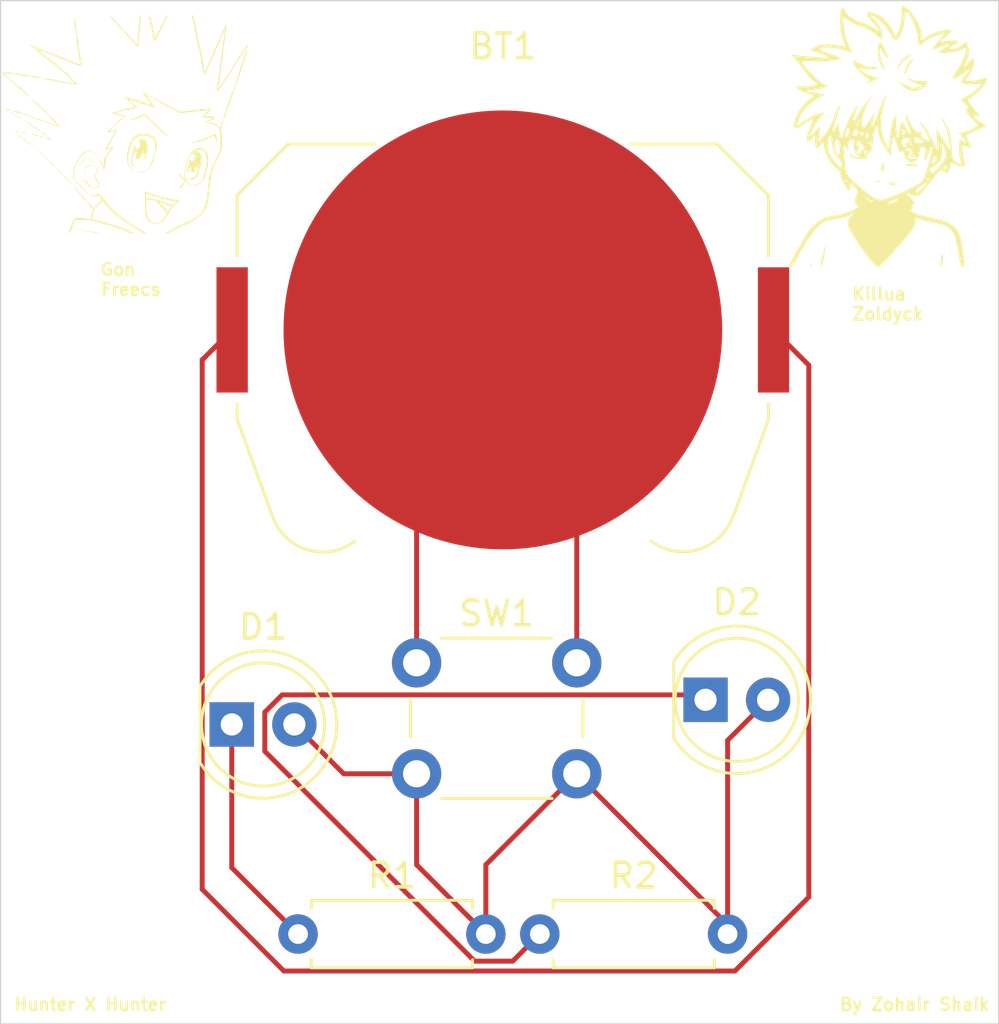
<source format=kicad_pcb>
(kicad_pcb (version 20240108) (generator "pcbnew") (generator_version "8.0")
  (layers (0 "F.Cu" signal) (31 "B.Cu" signal) (34 "B.Paste" user) (35 "F.Paste" user) (36 "B.SilkS" user "B.Silkscreen") (37 "F.SilkS" user "F.Silkscreen") (38 "B.Mask" user) (39 "F.Mask" user) (44 "Edge.Cuts" user))
  (net 0 "")
  (net 1 "unconnected-(BT1-+-Pad1)")
  (net 2 "Net-(BT1--)")
  (net 3 "GND")
  (net 4 "Net-(D1-K)")
  (net 5 "Net-(D2-K)")
  (footprint "LOGO" (layer "F.Cu") (at 151.725795 63.200334)
    (property "Reference" "G***" (hide yes))
    (property "Value" "LOGO" (hide yes))
  )
  (footprint "Resistor_THT:R_Axial_DIN0207_L6.3mm_D2.5mm_P7.62mm_Horizontal" (layer "F.Cu") (at 136.88 96.355)
    (property "Reference" "R2" (at 3.81 -2.37 0) (layer "F.SilkS"))
    (property "Value" "R")
    (pad "1" thru_hole circle (at 0 0) (size 1.6 1.6) (drill 0.8) (layers "*.Cu" "*.Mask") (net 5 "Net-(D2-K)"))
    (pad "2" thru_hole oval (at 7.62 0) (size 1.6 1.6) (drill 0.8) (layers "*.Cu" "*.Mask") (net 3 "GND"))
  )
  (footprint "Resistor_THT:R_Axial_DIN0207_L6.3mm_D2.5mm_P7.62mm_Horizontal" (layer "F.Cu") (at 127.07 96.355)
    (property "Reference" "R1" (at 3.81 -2.37 0) (layer "F.SilkS"))
    (property "Value" "R")
    (pad "1" thru_hole circle (at 0 0) (size 1.6 1.6) (drill 0.8) (layers "*.Cu" "*.Mask") (net 4 "Net-(D1-K)"))
    (pad "2" thru_hole oval (at 7.62 0) (size 1.6 1.6) (drill 0.8) (layers "*.Cu" "*.Mask") (net 3 "GND"))
  )
  (footprint "Battery:BatteryHolder_Keystone_3034_1x20mm" (layer "F.Cu") (at 135.38 71.855)
    (property "Reference" "BT1" (at 0 -11.5 0) (layer "F.SilkS"))
    (property "Value" "Battery_Cell")
    (pad "1" smd rect (at -10.985 0) (size 1.27 5.08) (layers "F.Cu" "F.Paste" "F.Mask") (net 1 "unconnected-(BT1-+-Pad1)"))
    (pad "1" smd rect (at 10.985 0) (size 1.27 5.08) (layers "F.Cu" "F.Paste" "F.Mask") (net 1 "unconnected-(BT1-+-Pad1)"))
    (pad "2" smd circle (at 0 0) (size 17.8 17.8) (layers "F.Cu" "F.Mask") (net 2 "Net-(BT1--)"))
  )
  (footprint "LED_THT:LED_D5.0mm" (layer "F.Cu") (at 143.605 86.855)
    (property "Reference" "D2" (at 1.27 -3.96 0) (layer "F.SilkS"))
    (property "Value" "LED")
    (pad "1" thru_hole rect (at 0 0) (size 1.8 1.8) (drill 0.9) (layers "*.Cu" "*.Mask") (net 5 "Net-(D2-K)"))
    (pad "2" thru_hole circle (at 2.54 0) (size 1.8 1.8) (drill 0.9) (layers "*.Cu" "*.Mask") (net 3 "GND"))
  )
  (footprint "LOGO" (layer "F.Cu") (at 120 63.5)
    (property "Reference" "G***" (hide yes))
    (property "Value" "LOGO" (hide yes))
  )
  (footprint "LED_THT:LED_D5.0mm" (layer "F.Cu") (at 124.38 87.855)
    (property "Reference" "D1" (at 1.27 -3.96 0) (layer "F.SilkS"))
    (property "Value" "LED")
    (pad "1" thru_hole rect (at 0 0) (size 1.8 1.8) (drill 0.9) (layers "*.Cu" "*.Mask") (net 4 "Net-(D1-K)"))
    (pad "2" thru_hole circle (at 2.54 0) (size 1.8 1.8) (drill 0.9) (layers "*.Cu" "*.Mask") (net 3 "GND"))
  )
  (footprint "Button_Switch_THT:SW_PUSH_6mm" (layer "F.Cu") (at 131.88 85.355)
    (property "Reference" "SW1" (at 3.25 -2 0) (layer "F.SilkS"))
    (property "Value" "SW_Push")
    (pad "1" thru_hole circle (at 0 0 90) (size 2 2) (drill 1.1) (layers "*.Cu" "*.Mask") (net 2 "Net-(BT1--)"))
    (pad "1" thru_hole circle (at 6.5 0 90) (size 2 2) (drill 1.1) (layers "*.Cu" "*.Mask") (net 2 "Net-(BT1--)"))
    (pad "2" thru_hole circle (at 0 4.5 90) (size 2 2) (drill 1.1) (layers "*.Cu" "*.Mask") (net 3 "GND"))
    (pad "2" thru_hole circle (at 6.5 4.5 90) (size 2 2) (drill 1.1) (layers "*.Cu" "*.Mask") (net 3 "GND"))
  )
  (gr_poly (pts (xy 155.5 100) (xy 155.5 58.5) (xy 115 58.5) (xy 115 100)) (stroke (width 0.05)) (fill none) (layer "Edge.Cuts"))
  (gr_text "Killua\nZoldyck" (at 149.5 71.5 0) (layer "F.SilkS") (effects (font (size 0.5 0.5) (thickness 0.1)) (justify left bottom)))
  (gr_text "Hunter X Hunter" (at 115.5 99.5 0) (layer "F.SilkS") (effects (font (size 0.5 0.5) (thickness 0.1)) (justify left bottom)))
  (gr_text "By Zohair Shaik" (at 149 99.5 0) (layer "F.SilkS") (effects (font (size 0.5 0.5) (thickness 0.1)) (justify left bottom)))
  (gr_text "Gon\nFreecs\n" (at 119 70.5 0) (layer "F.SilkS") (effects (font (size 0.5 0.5) (thickness 0.1)) (justify left bottom)))
  (segment (start 126.495 97.855) (end 123.18 94.54) (width 0.2) (layer "F.Cu") (net 1))
  (segment (start 147.795 73.285) (end 147.795 94.855) (width 0.2) (layer "F.Cu") (net 1))
  (segment (start 146.365 71.855) (end 147.795 73.285) (width 0.2) (layer "F.Cu") (net 1))
  (segment (start 123.18 94.54) (end 123.18 73.07) (width 0.2) (layer "F.Cu") (net 1))
  (segment (start 144.795 97.855) (end 126.495 97.855) (width 0.2) (layer "F.Cu") (net 1))
  (segment (start 147.795 94.855) (end 144.795 97.855) (width 0.2) (layer "F.Cu") (net 1))
  (segment (start 123.18 73.07) (end 124.395 71.855) (width 0.2) (layer "F.Cu") (net 1))
  (segment (start 138.38 85.355) (end 138.38 74.855) (width 0.2) (layer "F.Cu") (net 2))
  (segment (start 131.88 85.355) (end 131.88 75.355) (width 0.2) (layer "F.Cu") (net 2))
  (segment (start 138.38 74.855) (end 135.38 71.855) (width 0.2) (layer "F.Cu") (net 2))
  (segment (start 131.88 75.355) (end 135.38 71.855) (width 0.2) (layer "F.Cu") (net 2))
  (segment (start 144.5 96.355) (end 144.5 88.5) (width 0.2) (layer "F.Cu") (net 3))
  (segment (start 126.92 87.855) (end 128.92 89.855) (width 0.2) (layer "F.Cu") (net 3))
  (segment (start 138.38 89.855) (end 144.5 95.975) (width 0.2) (layer "F.Cu") (net 3))
  (segment (start 131.88 93.545) (end 134.69 96.355) (width 0.2) (layer "F.Cu") (net 3))
  (segment (start 134.69 96.355) (end 134.69 93.545) (width 0.2) (layer "F.Cu") (net 3))
  (segment (start 128.92 89.855) (end 131.88 89.855) (width 0.2) (layer "F.Cu") (net 3))
  (segment (start 134.69 93.545) (end 138.38 89.855) (width 0.2) (layer "F.Cu") (net 3))
  (segment (start 144.5 88.5) (end 146.145 86.855) (width 0.2) (layer "F.Cu") (net 3))
  (segment (start 131.88 89.855) (end 131.88 93.545) (width 0.2) (layer "F.Cu") (net 3))
  (segment (start 144.5 95.975) (end 144.5 96.355) (width 0.2) (layer "F.Cu") (net 3))
  (segment (start 124.38 93.665) (end 127.07 96.355) (width 0.2) (layer "F.Cu") (net 4))
  (segment (start 124.38 87.855) (end 124.38 93.665) (width 0.2) (layer "F.Cu") (net 4))
  (segment (start 136.88 96.355) (end 135.78 97.455) (width 0.2) (layer "F.Cu") (net 5))
  (segment (start 135.78 97.455) (end 134.234365 97.455) (width 0.2) (layer "F.Cu") (net 5))
  (segment (start 125.72 88.940635) (end 125.72 87.357943) (width 0.2) (layer "F.Cu") (net 5))
  (segment (start 143.405 86.655) (end 143.605 86.855) (width 0.2) (layer "F.Cu") (net 5))
  (segment (start 125.72 87.357943) (end 126.422943 86.655) (width 0.2) (layer "F.Cu") (net 5))
  (segment (start 134.234365 97.455) (end 125.72 88.940635) (width 0.2) (layer "F.Cu") (net 5))
  (segment (start 126.422943 86.655) (end 143.405 86.655) (width 0.2) (layer "F.Cu") (net 5))
)
</source>
